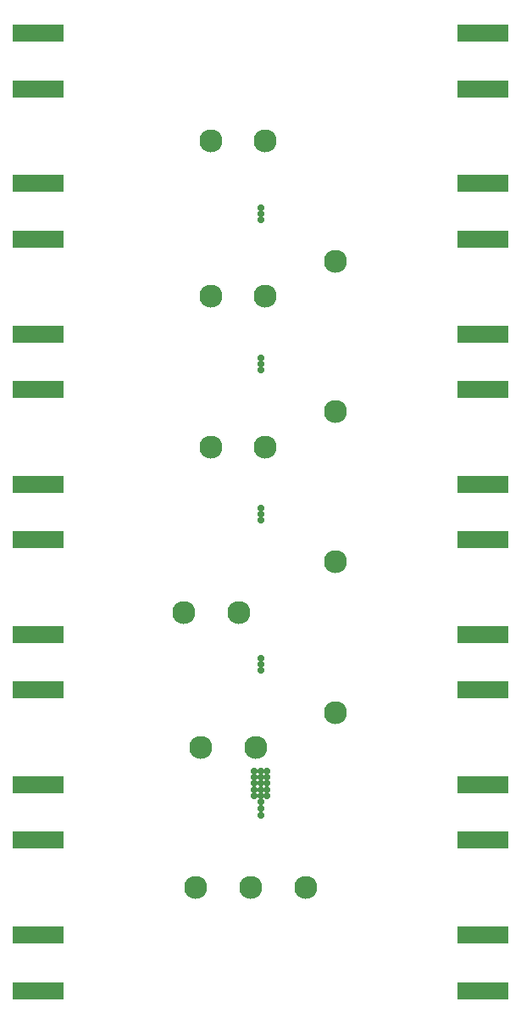
<source format=gbs>
G04*
G04 #@! TF.GenerationSoftware,Altium Limited,Altium Designer,20.2.6 (244)*
G04*
G04 Layer_Color=16711935*
%FSLAX44Y44*%
%MOMM*%
G71*
G04*
G04 #@! TF.SameCoordinates,69107643-4F9F-4E88-AEF3-5FE55586F8EB*
G04*
G04*
G04 #@! TF.FilePolarity,Negative*
G04*
G01*
G75*
%ADD45R,5.2000X1.8000*%
%ADD61C,2.3000*%
%ADD62C,0.7000*%
D45*
X28000Y977700D02*
D03*
Y922300D02*
D03*
X472000D02*
D03*
Y977700D02*
D03*
Y77700D02*
D03*
Y22300D02*
D03*
Y227700D02*
D03*
Y172300D02*
D03*
X28000Y322300D02*
D03*
Y377700D02*
D03*
X472000D02*
D03*
Y322300D02*
D03*
X28000Y472300D02*
D03*
Y527700D02*
D03*
X472000D02*
D03*
Y472300D02*
D03*
X28000Y622300D02*
D03*
Y677700D02*
D03*
X472000D02*
D03*
Y622300D02*
D03*
X28000Y772300D02*
D03*
Y827700D02*
D03*
X472000D02*
D03*
Y772300D02*
D03*
X28000Y22300D02*
D03*
Y77700D02*
D03*
Y172300D02*
D03*
Y227700D02*
D03*
D61*
X200000Y870000D02*
D03*
X255000D02*
D03*
X325000Y750000D02*
D03*
Y600000D02*
D03*
X255000Y565000D02*
D03*
X200000D02*
D03*
X325000Y450000D02*
D03*
X190000Y265000D02*
D03*
X245000D02*
D03*
X325000Y300000D02*
D03*
X185000Y125000D02*
D03*
X295000D02*
D03*
X240000D02*
D03*
X173000Y400000D02*
D03*
X228000D02*
D03*
X200000Y715000D02*
D03*
X255000D02*
D03*
D62*
X250000Y797500D02*
D03*
Y803500D02*
D03*
Y791500D02*
D03*
Y647500D02*
D03*
Y653500D02*
D03*
Y641500D02*
D03*
Y354000D02*
D03*
Y348000D02*
D03*
Y342000D02*
D03*
Y497500D02*
D03*
Y503500D02*
D03*
Y491500D02*
D03*
X244000Y241000D02*
D03*
X250000D02*
D03*
X256000D02*
D03*
X244000Y235000D02*
D03*
X250000D02*
D03*
X256000D02*
D03*
X244000Y229000D02*
D03*
X250000D02*
D03*
X256000D02*
D03*
X244000Y223000D02*
D03*
X250000D02*
D03*
X256000D02*
D03*
X244000Y217000D02*
D03*
X256000D02*
D03*
X250000D02*
D03*
Y210500D02*
D03*
Y197000D02*
D03*
Y203750D02*
D03*
M02*

</source>
